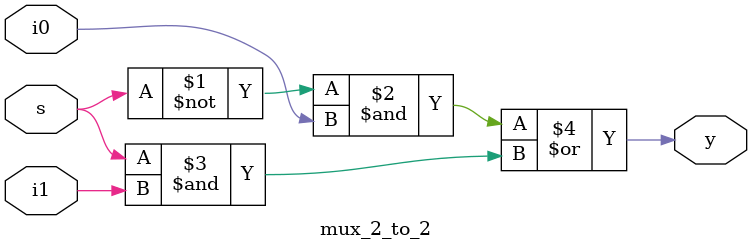
<source format=v>


 module  mux_2_to_2(s,i0,i1,y);

 input s,i0,i1;

 output y;

 assign y=((~s)&i0)|(s&i1);

 endmodule

</source>
